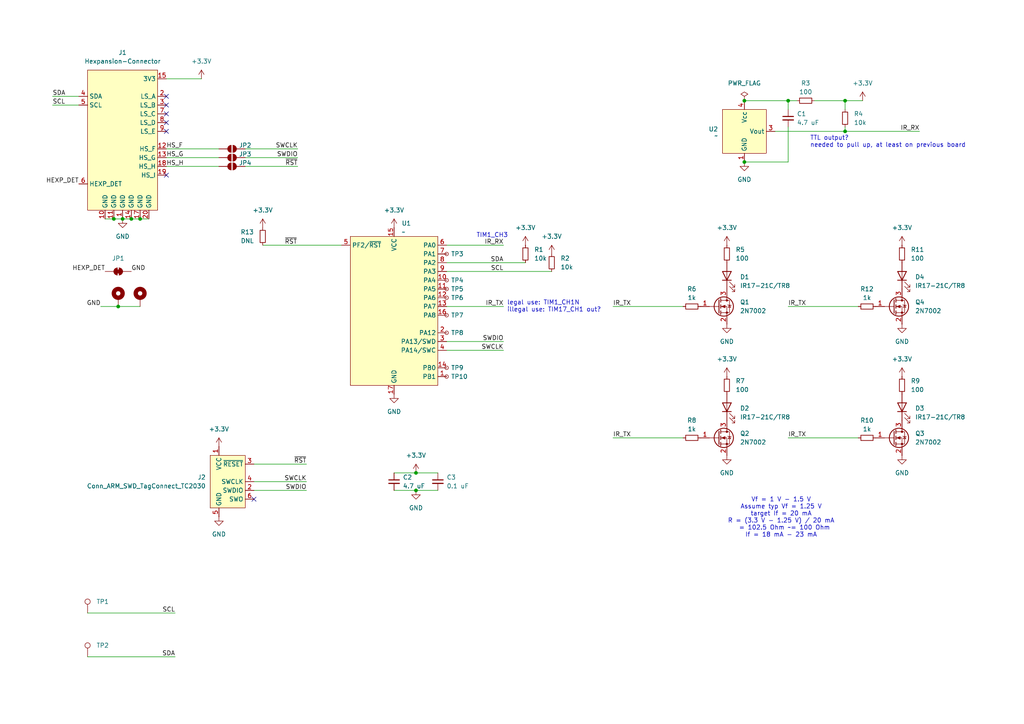
<source format=kicad_sch>
(kicad_sch (version 20231120) (generator "eeschema") (generator_version "8.0")
  (paper "A4")
  (lib_symbols
    (symbol "Connector:Conn_ARM_SWD_TagConnect_TC2030" (in_bom no)
      (property "Reference" "J" (at 2.54 11.43 0))
      (property "Value" "Conn_ARM_SWD_TagConnect_TC2030" (at 5.08 8.89 0))
      (symbol "Conn_ARM_SWD_TagConnect_TC2030_0_0"
        (pin power_in line (at -2.54 10.16 270) (length 2.54) (name "VCC") (number "1"))
        (pin bidirectional line (at 7.62 -2.54 180) (length 2.54) (name "SWDIO") (number "2"))
        (pin open_collector line (at 7.62 5.08 180) (length 2.54) (name "~{RESET}") (number "3"))
        (pin output line (at 7.62 0 180) (length 2.54) (name "SWCLK") (number "4"))
        (pin power_in line (at -2.54 -10.16 90) (length 2.54) (name "GND") (number "5"))
        (pin input line (at 7.62 -5.08 180) (length 2.54) (name "SWO") (number "6"))
      )
      (symbol "Conn_ARM_SWD_TagConnect_TC2030_0_1"
        (rectangle (start -5.08 7.62) (end 5.08 -7.62) (fill (type background)))
      )
    )
    (symbol "Connector:TestPoint" (pin_numbers hide) (pin_names (offset 0.762) hide)
      (property "Reference" "TP" (at 0 6.858 0))
      (property "Value" "TestPoint" (at 0 5.08 0))
      (symbol "TestPoint_0_1"
        (circle (center 0 3.302) (radius 0.762))
      )
      (symbol "TestPoint_1_1"
        (pin passive line (at 0 0 90) (length 2.54) (name "1") (number "1"))
      )
    )
    (symbol "Connector:TestPoint_Small" (pin_numbers hide) (pin_names (offset 0.762) hide)
      (property "Reference" "TP" (at 0 3.81 0))
      (property "Value" "TestPoint_Small" (at 0 2.032 0))
      (symbol "TestPoint_Small_0_1"
        (circle (center 0 0) (radius 0.508))
      )
      (symbol "TestPoint_Small_1_1"
        (pin passive line (at 0 0 90) (length 0) (name "1") (number "1"))
      )
    )
    (symbol "Device:C_Small" (pin_numbers hide) (pin_names (offset 0.254) hide)
      (property "Reference" "C" (at 0.254 1.778 0))
      (property "Value" "C_Small" (at 0.254 -2.032 0))
      (symbol "C_Small_0_1"
        (polyline (pts (xy -1.524 -0.508) (xy 1.524 -0.508)) (stroke (width 0.3302)))
        (polyline (pts (xy -1.524 0.508) (xy 1.524 0.508)) (stroke (width 0.3048)))
      )
      (symbol "C_Small_1_1"
        (pin passive line (at 0 2.54 270) (length 2.032) (name "~") (number "1"))
        (pin passive line (at 0 -2.54 90) (length 2.032) (name "~") (number "2"))
      )
    )
    (symbol "Device:LED" (pin_numbers hide) (pin_names (offset 1.016) hide)
      (property "Reference" "D" (at 0 2.54 0))
      (property "Value" "LED" (at 0 -2.54 0))
      (symbol "LED_0_1"
        (polyline (pts (xy -1.27 -1.27) (xy -1.27 1.27)) (stroke (width 0.254)))
        (polyline (pts (xy -1.27 0) (xy 1.27 0)))
        (polyline (pts (xy 1.27 -1.27) (xy 1.27 1.27) (xy -1.27 0) (xy 1.27 -1.27)) (stroke (width 0.254)))
        (polyline (pts (xy -3.048 -0.762) (xy -4.572 -2.286) (xy -3.81 -2.286) (xy -4.572 -2.286) (xy -4.572 -1.524)))
        (polyline (pts (xy -1.778 -0.762) (xy -3.302 -2.286) (xy -2.54 -2.286) (xy -3.302 -2.286) (xy -3.302 -1.524)))
      )
      (symbol "LED_1_1"
        (pin passive line (at -3.81 0 0) (length 2.54) (name "K") (number "1"))
        (pin passive line (at 3.81 0 180) (length 2.54) (name "A") (number "2"))
      )
    )
    (symbol "Device:R_Small" (pin_numbers hide) (pin_names (offset 0.254) hide)
      (property "Reference" "R" (at 0.762 0.508 0))
      (property "Value" "R_Small" (at 0.762 -1.016 0))
      (symbol "R_Small_0_1"
        (rectangle (start -0.762 1.778) (end 0.762 -1.778) (stroke (width 0.2032)))
      )
      (symbol "R_Small_1_1"
        (pin passive line (at 0 2.54 270) (length 0.762) (name "~") (number "1"))
        (pin passive line (at 0 -2.54 90) (length 0.762) (name "~") (number "2"))
      )
    )
    (symbol "Jumper:SolderJumper_2_Bridged" (pin_numbers hide) (pin_names (offset 0) hide) (exclude_from_sim yes) (in_bom no)
      (property "Reference" "JP" (at 0 2.032 0))
      (property "Value" "SolderJumper_2_Bridged" (at 0 -2.54 0))
      (symbol "SolderJumper_2_Bridged_0_1"
        (rectangle (start -0.508 0.508) (end 0.508 -0.508) (fill (type outline)))
        (arc (start -0.254 1.016) (mid -1.2656 0) (end -0.254 -1.016))
        (arc (start -0.254 1.016) (mid -1.2656 0) (end -0.254 -1.016) (fill (type outline)))
        (polyline (pts (xy -0.254 1.016) (xy -0.254 -1.016)))
        (polyline (pts (xy 0.254 1.016) (xy 0.254 -1.016)))
        (arc (start 0.254 -1.016) (mid 1.2656 0) (end 0.254 1.016))
        (arc (start 0.254 -1.016) (mid 1.2656 0) (end 0.254 1.016) (fill (type outline)))
      )
      (symbol "SolderJumper_2_Bridged_1_1"
        (pin passive line (at -3.81 0 0) (length 2.54) (name "A") (number "1"))
        (pin passive line (at 3.81 0 180) (length 2.54) (name "B") (number "2"))
      )
    )
    (symbol "Jumper:SolderJumper_2_Open" (pin_numbers hide) (pin_names (offset 0) hide) (exclude_from_sim yes) (in_bom no)
      (property "Reference" "JP" (at 0 2.032 0))
      (property "Value" "SolderJumper_2_Open" (at 0 -2.54 0))
      (symbol "SolderJumper_2_Open_0_1"
        (arc (start -0.254 1.016) (mid -1.2656 0) (end -0.254 -1.016))
        (arc (start -0.254 1.016) (mid -1.2656 0) (end -0.254 -1.016) (fill (type outline)))
        (polyline (pts (xy -0.254 1.016) (xy -0.254 -1.016)))
        (polyline (pts (xy 0.254 1.016) (xy 0.254 -1.016)))
        (arc (start 0.254 -1.016) (mid 1.2656 0) (end 0.254 1.016))
        (arc (start 0.254 -1.016) (mid 1.2656 0) (end 0.254 1.016) (fill (type outline)))
      )
      (symbol "SolderJumper_2_Open_1_1"
        (pin passive line (at -3.81 0 0) (length 2.54) (name "A") (number "1"))
        (pin passive line (at 3.81 0 180) (length 2.54) (name "B") (number "2"))
      )
    )
    (symbol "Mechanical:MountingHole_Pad" (pin_numbers hide) (pin_names (offset 1.016) hide) (exclude_from_sim yes) (in_bom no)
      (property "Reference" "H" (at 0 6.35 0))
      (property "Value" "MountingHole_Pad" (at 0 4.445 0))
      (symbol "MountingHole_Pad_0_1"
        (circle (center 0 1.27) (radius 1.27) (stroke (width 1.27)))
      )
      (symbol "MountingHole_Pad_1_1"
        (pin input line (at 0 -2.54 90) (length 2.54) (name "1") (number "1"))
      )
    )
    (symbol "Transistor_FET:2N7002" (pin_names hide)
      (property "Reference" "Q" (at 5.08 1.905 0))
      (property "Value" "2N7002" (at 5.08 0 0))
      (symbol "2N7002_0_1"
        (polyline (pts (xy 0.254 0) (xy -2.54 0)))
        (polyline (pts (xy 0.254 1.905) (xy 0.254 -1.905)) (stroke (width 0.254)))
        (polyline (pts (xy 0.762 -1.27) (xy 0.762 -2.286)) (stroke (width 0.254)))
        (polyline (pts (xy 0.762 0.508) (xy 0.762 -0.508)) (stroke (width 0.254)))
        (polyline (pts (xy 0.762 2.286) (xy 0.762 1.27)) (stroke (width 0.254)))
        (polyline (pts (xy 2.54 2.54) (xy 2.54 1.778)))
        (polyline (pts (xy 2.54 -2.54) (xy 2.54 0) (xy 0.762 0)))
        (polyline (pts (xy 0.762 -1.778) (xy 3.302 -1.778) (xy 3.302 1.778) (xy 0.762 1.778)))
        (polyline (pts (xy 1.016 0) (xy 2.032 0.381) (xy 2.032 -0.381) (xy 1.016 0)) (fill (type outline)))
        (polyline (pts (xy 2.794 0.508) (xy 2.921 0.381) (xy 3.683 0.381) (xy 3.81 0.254)))
        (polyline (pts (xy 3.302 0.381) (xy 2.921 -0.254) (xy 3.683 -0.254) (xy 3.302 0.381)))
        (circle (center 1.651 0) (radius 2.794) (stroke (width 0.254)))
        (circle (center 2.54 -1.778) (radius 0.254) (fill (type outline)))
        (circle (center 2.54 1.778) (radius 0.254) (fill (type outline)))
      )
      (symbol "2N7002_1_1"
        (pin input line (at -5.08 0 0) (length 2.54) (name "G") (number "1"))
        (pin passive line (at 2.54 -5.08 90) (length 2.54) (name "S") (number "2"))
        (pin passive line (at 2.54 5.08 270) (length 2.54) (name "D") (number "3"))
      )
    )
    (symbol "parts:IRM-H6xxT"
      (property "Reference" "U" (at -5.334 7.366 0))
      (symbol "IRM-H6xxT_1_1"
        (rectangle (start -6.35 6.35) (end 6.35 -6.35) (fill (type background)))
        (pin power_in line (at 0 -8.89 90) (length 2.54) (name "GND") (number "1"))
        (pin power_in line (at 0 -8.89 90) (length 2.54) hide (name "GND") (number "2"))
        (pin output line (at 8.89 0 180) (length 2.54) (name "Vout") (number "3"))
        (pin power_in line (at 0 8.89 270) (length 2.54) (name "Vcc") (number "4"))
      )
    )
    (symbol "parts:PY32F002AW15U"
      (property "Reference" "U" (at -11.684 21.59 0))
      (symbol "PY32F002AW15U_1_1"
        (rectangle (start -12.7 20.32) (end 12.7 -22.86) (fill (type background)))
        (pin bidirectional line (at 15.24 -20.32 180) (length 2.54) (name "PB1") (number "1"))
        (pin bidirectional line (at 15.24 7.62 180) (length 2.54) (name "PA4") (number "10"))
        (pin bidirectional line (at 15.24 5.08 180) (length 2.54) (name "PA5") (number "11"))
        (pin bidirectional line (at 15.24 2.54 180) (length 2.54) (name "PA6") (number "12"))
        (pin bidirectional line (at 15.24 0 180) (length 2.54) (name "PA7") (number "13"))
        (pin bidirectional line (at 15.24 -17.78 180) (length 2.54) (name "PB0") (number "14"))
        (pin power_in line (at 0 22.86 270) (length 2.54) (name "VCC") (number "15"))
        (pin bidirectional line (at 15.24 -2.54 180) (length 2.54) (name "PA8") (number "16"))
        (pin power_in line (at 0 -25.4 90) (length 2.54) (name "GND") (number "17"))
        (pin bidirectional line (at 15.24 -7.62 180) (length 2.54) (name "PA12") (number "2"))
        (pin bidirectional line (at 15.24 -10.16 180) (length 2.54) (name "PA13/SWD") (number "3"))
        (pin bidirectional line (at 15.24 -12.7 180) (length 2.54) (name "PA14/SWC") (number "4"))
        (pin bidirectional line (at -15.24 17.78 0) (length 2.54) (name "PF2/~{RST}") (number "5"))
        (pin bidirectional line (at 15.24 17.78 180) (length 2.54) (name "PA0") (number "6"))
        (pin bidirectional line (at 15.24 15.24 180) (length 2.54) (name "PA1") (number "7"))
        (pin bidirectional line (at 15.24 12.7 180) (length 2.54) (name "PA2") (number "8"))
        (pin bidirectional line (at 15.24 10.16 180) (length 2.54) (name "PA3") (number "9"))
      )
    )
    (symbol "parts:hexpansion-edge-connector" (in_bom no)
      (property "Reference" "J1" (at 0 25.4 0))
      (property "Value" "Hexpansion-Connector" (at 0 22.86 0))
      (symbol "hexpansion-edge-connector_1_1"
        (rectangle (start -10.16 20.32) (end 10.16 -20.32) (fill (type background)))
        (pin power_out line (at 0 -22.86 90) (length 2.54) (name "GND") (number "1"))
        (pin passive line (at -5.08 -22.86 90) (length 2.54) (name "GND") (number "10"))
        (pin passive line (at -2.54 -22.86 90) (length 2.54) (name "GND") (number "11"))
        (pin bidirectional line (at 12.7 -2.54 180) (length 2.54) (name "HS_F") (number "12"))
        (pin bidirectional line (at 12.7 -5.08 180) (length 2.54) (name "HS_G") (number "13"))
        (pin passive line (at 2.54 -22.86 90) (length 2.54) (name "GND") (number "14"))
        (pin power_out line (at 12.7 17.78 180) (length 2.54) (name "3V3") (number "15"))
        (pin passive line (at 12.7 17.78 180) (length 2.54) hide (name "3V3") (number "16"))
        (pin passive line (at 5.08 -22.86 90) (length 2.54) (name "GND") (number "17"))
        (pin bidirectional line (at 12.7 -7.62 180) (length 2.54) (name "HS_H") (number "18"))
        (pin bidirectional line (at 12.7 -10.16 180) (length 2.54) (name "HS_I") (number "19"))
        (pin bidirectional line (at 12.7 12.7 180) (length 2.54) (name "LS_A") (number "2"))
        (pin passive line (at 7.62 -22.86 90) (length 2.54) (name "GND") (number "20"))
        (pin bidirectional line (at 12.7 10.16 180) (length 2.54) (name "LS_B") (number "3"))
        (pin bidirectional line (at -12.7 12.7 0) (length 2.54) (name "SDA") (number "4"))
        (pin output line (at -12.7 10.16 0) (length 2.54) (name "SCL") (number "5"))
        (pin bidirectional line (at -12.7 -12.7 0) (length 2.54) (name "HEXP_DET") (number "6"))
        (pin bidirectional line (at 12.7 7.62 180) (length 2.54) (name "LS_C") (number "7"))
        (pin bidirectional line (at 12.7 5.08 180) (length 2.54) (name "LS_D") (number "8"))
        (pin bidirectional line (at 12.7 2.54 180) (length 2.54) (name "LS_E") (number "9"))
      )
    )
    (symbol "power:+3.3V" (power) (pin_numbers hide) (pin_names (offset 0) hide)
      (property "Value" "+3.3V" (at 0 3.556 0))
      (symbol "+3.3V_0_1"
        (polyline (pts (xy -0.762 1.27) (xy 0 2.54)))
        (polyline (pts (xy 0 0) (xy 0 2.54)))
        (polyline (pts (xy 0 2.54) (xy 0.762 1.27)))
      )
      (symbol "+3.3V_1_1"
        (pin power_in line (at 0 0 90) (length 0) (name "~") (number "1"))
      )
    )
    (symbol "power:GND" (power) (pin_numbers hide) (pin_names (offset 0) hide)
      (property "Value" "GND" (at 0 -3.81 0))
      (symbol "GND_0_1"
        (polyline (pts (xy 0 0) (xy 0 -1.27) (xy 1.27 -1.27) (xy 0 -2.54) (xy -1.27 -1.27) (xy 0 -1.27)))
      )
      (symbol "GND_1_1"
        (pin power_in line (at 0 0 270) (length 0) (name "~") (number "1"))
      )
    )
    (symbol "power:PWR_FLAG" (power) (pin_numbers hide) (pin_names (offset 0) hide)
      (property "Value" "PWR_FLAG" (at 0 3.81 0))
      (symbol "PWR_FLAG_0_0"
        (pin power_out line (at 0 0 90) (length 0) (name "~") (number "1"))
      )
      (symbol "PWR_FLAG_0_1"
        (polyline (pts (xy 0 0) (xy 0 1.27) (xy -1.016 1.905) (xy 0 2.54) (xy 1.016 1.905) (xy 0 1.27)))
      )
    )
  )
  (junction (at 245.11 29.21))
  (junction (at 215.9 46.99))
  (junction (at 40.64 63.5))
  (junction (at 33.02 63.5))
  (junction (at 38.1 63.5))
  (junction (at 120.65 142.24))
  (junction (at 35.56 63.5))
  (junction (at 215.9 29.21))
  (junction (at 245.11 38.1))
  (junction (at 228.6 29.21))
  (junction (at 120.65 137.16))
  (junction (at 34.29 88.9))
  (no_connect (at 48.26 35.56))
  (no_connect (at 48.26 50.8))
  (no_connect (at 48.26 38.1))
  (no_connect (at 48.26 30.48))
  (no_connect (at 73.66 144.78))
  (no_connect (at 48.26 33.02))
  (no_connect (at 48.26 27.94))
  (wire (pts (xy 34.29 88.9) (xy 40.64 88.9)))
  (wire (pts (xy 33.02 63.5) (xy 35.56 63.5)))
  (wire (pts (xy 177.8 127) (xy 198.12 127)))
  (wire (pts (xy 129.54 76.2) (xy 152.4 76.2)))
  (wire (pts (xy 35.56 63.5) (xy 38.1 63.5)))
  (wire (pts (xy 38.1 63.5) (xy 40.64 63.5)))
  (wire (pts (xy 129.54 101.6) (xy 146.05 101.6)))
  (wire (pts (xy 228.6 36.83) (xy 228.6 46.99)))
  (wire (pts (xy 228.6 88.9) (xy 248.92 88.9)))
  (wire (pts (xy 228.6 29.21) (xy 231.14 29.21)))
  (wire (pts (xy 48.26 22.86) (xy 58.42 22.86)))
  (wire (pts (xy 25.4 177.8) (xy 50.8 177.8)))
  (wire (pts (xy 71.12 48.26) (xy 86.36 48.26)))
  (wire (pts (xy 48.26 43.18) (xy 63.5 43.18)))
  (wire (pts (xy 73.66 134.62) (xy 88.9 134.62)))
  (wire (pts (xy 228.6 127) (xy 248.92 127)))
  (wire (pts (xy 245.11 36.83) (xy 245.11 38.1)))
  (wire (pts (xy 228.6 46.99) (xy 215.9 46.99)))
  (wire (pts (xy 245.11 29.21) (xy 250.19 29.21)))
  (wire (pts (xy 48.26 48.26) (xy 63.5 48.26)))
  (wire (pts (xy 228.6 31.75) (xy 228.6 29.21)))
  (wire (pts (xy 48.26 45.72) (xy 63.5 45.72)))
  (wire (pts (xy 177.8 88.9) (xy 198.12 88.9)))
  (wire (pts (xy 73.66 139.7) (xy 88.9 139.7)))
  (wire (pts (xy 15.24 27.94) (xy 22.86 27.94)))
  (wire (pts (xy 29.21 88.9) (xy 34.29 88.9)))
  (wire (pts (xy 236.22 29.21) (xy 245.11 29.21)))
  (wire (pts (xy 73.66 142.24) (xy 88.9 142.24)))
  (wire (pts (xy 129.54 88.9) (xy 146.05 88.9)))
  (wire (pts (xy 129.54 78.74) (xy 160.02 78.74)))
  (wire (pts (xy 224.79 38.1) (xy 245.11 38.1)))
  (wire (pts (xy 245.11 38.1) (xy 266.7 38.1)))
  (wire (pts (xy 76.2 71.12) (xy 99.06 71.12)))
  (wire (pts (xy 114.3 142.24) (xy 120.65 142.24)))
  (wire (pts (xy 245.11 29.21) (xy 245.11 31.75)))
  (wire (pts (xy 120.65 137.16) (xy 127 137.16)))
  (wire (pts (xy 15.24 30.48) (xy 22.86 30.48)))
  (wire (pts (xy 215.9 29.21) (xy 228.6 29.21)))
  (wire (pts (xy 120.65 142.24) (xy 127 142.24)))
  (wire (pts (xy 114.3 137.16) (xy 120.65 137.16)))
  (wire (pts (xy 71.12 45.72) (xy 86.36 45.72)))
  (wire (pts (xy 71.12 43.18) (xy 86.36 43.18)))
  (wire (pts (xy 25.4 190.5) (xy 50.8 190.5)))
  (wire (pts (xy 129.54 99.06) (xy 146.05 99.06)))
  (wire (pts (xy 40.64 63.5) (xy 43.18 63.5)))
  (wire (pts (xy 129.54 71.12) (xy 146.05 71.12)))
  (wire (pts (xy 30.48 63.5) (xy 33.02 63.5)))
  (text "TTL output?\nneeded to pull up, at least on previous board" (at 234.95 41.148 0) (effects (font (size 1.27 1.27)) (justify left)))
  (text "Vf = 1 V - 1.5 V\nAssume typ Vf = 1.25 V\ntarget If = 20 mA\nR = (3.3 V - 1.25 V) / 20 mA\n  = 102.5 Ohm ~= 100 Ohm\nIf = 18 mA - 23 mA" (at 226.568 150.114 0) (effects (font (size 1.27 1.27))))
  (text "TIM1_CH3" (at 142.748 68.326 0) (effects (font (size 1.27 1.27))))
  (text "legal use: TIM1_CH1N\nillegal use: TIM17_CH1 out?" (at 147.066 88.9 0) (effects (font (size 1.27 1.27)) (justify left)))
  (label "HEXP_DET" (at 30.48 78.74 180))
  (label "GND" (at 29.21 88.9 180))
  (label "~{RST}" (at 86.36 48.26 180))
  (label "~{RST}" (at 82.55 71.12 0))
  (label "GND" (at 38.1 78.74 0))
  (label "SWCLK" (at 88.9 139.7 180))
  (label "SCL" (at 15.24 30.48 0))
  (label "IR_TX" (at 177.8 88.9 0))
  (label "SWDIO" (at 88.9 142.24 180))
  (label "IR_TX" (at 228.6 88.9 0))
  (label "IR_RX" (at 146.05 71.12 180))
  (label "SDA" (at 15.24 27.94 0))
  (label "IR_TX" (at 228.6 127 0))
  (label "~{RST}" (at 88.9 134.62 180))
  (label "HS_F" (at 48.26 43.18 0))
  (label "HS_G" (at 48.26 45.72 0))
  (label "SWCLK" (at 86.36 43.18 180))
  (label "HS_H" (at 48.26 48.26 0))
  (label "SCL" (at 146.05 78.74 180))
  (label "HEXP_DET" (at 22.86 53.34 180))
  (label "SDA" (at 50.8 190.5 180))
  (label "SCL" (at 50.8 177.8 180))
  (label "IR_TX" (at 177.8 127 0))
  (label "IR_TX" (at 146.05 88.9 180))
  (label "SWDIO" (at 146.05 99.06 180))
  (label "SWCLK" (at 146.05 101.6 180))
  (label "SWDIO" (at 86.36 45.72 180))
  (label "SDA" (at 146.05 76.2 180))
  (label "IR_RX" (at 266.7 38.1 180))
  (symbol (lib_id "Connector:TestPoint_Small") (at 129.54 91.44 0) (unit 1)
    (property "Reference" "TP7" (at 130.81 91.4399 0) (effects (justify left)))
    (property "Value" "TestPoint_Small" (effects (hide yes)))
    (property "Footprint" "TestPoint:TestPoint_Pad_2.0x2.0mm" (effects (hide yes)))
    (property "Description" "test point" (effects (hide yes)))
  )
  (symbol (lib_id "Transistor_FET:2N7002") (at 208.28 127 0) (unit 1)
    (property "Reference" "Q2" (at 214.63 125.7299 0) (effects (justify left)))
    (property "Value" "2N7002" (at 214.63 128.2699 0) (effects (justify left)))
    (property "Footprint" "Package_TO_SOT_SMD:SOT-23" (effects (hide yes)))
    (property "Datasheet" "https://www.onsemi.com/pub/Collateral/NDS7002A-D.PDF" (effects (hide yes)))
    (property "Description" "0.115A Id, 60V Vds, N-Channel MOSFET, SOT-23" (effects (hide yes)))
  )
  (symbol (lib_id "Device:R_Small") (at 76.2 68.58 0) (mirror y) (unit 1)
    (property "Reference" "R13" (at 73.66 67.3099 0) (effects (justify left)))
    (property "Value" "DNL" (at 73.66 69.8499 0) (effects (justify left)))
    (property "Footprint" "Resistor_SMD:R_0402_1005Metric" (effects (hide yes)))
    (property "Description" "Resistor, small symbol" (effects (hide yes)))
  )
  (symbol (lib_id "power:GND") (at 215.9 46.99 0) (unit 1)
    (property "Reference" "#PWR07" (effects (hide yes)))
    (property "Value" "GND" (at 215.9 52.07 0))
    (property "Description" "Power symbol creates a global label with name \"GND\" , ground" (effects (hide yes)))
  )
  (symbol (lib_id "parts:PY32F002AW15U") (at 114.3 88.9 0) (unit 1)
    (property "Reference" "U1" (at 116.4941 64.77 0) (effects (justify left)))
    (property "Value" "~" (at 116.4941 67.31 0) (effects (justify left)))
    (property "Footprint" "Package_DFN_QFN:QFN-16-1EP_3x3mm_P0.5mm_EP1.7x1.7mm" (effects (hide yes)))
  )
  (symbol (lib_id "Transistor_FET:2N7002") (at 259.08 88.9 0) (unit 1)
    (property "Reference" "Q4" (at 265.43 87.6299 0) (effects (justify left)))
    (property "Value" "2N7002" (at 265.43 90.1699 0) (effects (justify left)))
    (property "Footprint" "Package_TO_SOT_SMD:SOT-23" (effects (hide yes)))
    (property "Datasheet" "https://www.onsemi.com/pub/Collateral/NDS7002A-D.PDF" (effects (hide yes)))
    (property "Description" "0.115A Id, 60V Vds, N-Channel MOSFET, SOT-23" (effects (hide yes)))
  )
  (symbol (lib_id "Device:R_Small") (at 200.66 127 90) (unit 1)
    (property "Reference" "R8" (at 200.66 121.92 90))
    (property "Value" "1k" (at 200.66 124.46 90))
    (property "Footprint" "Resistor_SMD:R_0402_1005Metric" (effects (hide yes)))
    (property "Description" "Resistor, small symbol" (effects (hide yes)))
  )
  (symbol (lib_id "Device:LED") (at 261.62 118.11 90) (unit 1)
    (property "Reference" "D3" (at 265.43 118.4274 90) (effects (justify right)))
    (property "Value" "IR17-21C/TR8" (at 265.43 120.9674 90) (effects (justify right)))
    (property "Footprint" "LED_SMD:LED_0805_2012Metric" (effects (hide yes)))
    (property "Description" "Light emitting diode" (effects (hide yes)))
  )
  (symbol (lib_id "Connector:TestPoint") (at 25.4 177.8 0) (unit 1)
    (property "Reference" "TP1" (at 27.94 174.4979 0) (effects (justify left)))
    (property "Value" "TestPoint" (effects (hide yes)))
    (property "Footprint" "TestPoint:TestPoint_Pad_2.0x2.0mm" (effects (hide yes)))
    (property "Description" "test point" (effects (hide yes)))
  )
  (symbol (lib_id "Device:LED") (at 210.82 118.11 90) (unit 1)
    (property "Reference" "D2" (at 214.63 118.4274 90) (effects (justify right)))
    (property "Value" "IR17-21C/TR8" (at 214.63 120.9674 90) (effects (justify right)))
    (property "Footprint" "LED_SMD:LED_0805_2012Metric" (effects (hide yes)))
    (property "Description" "Light emitting diode" (effects (hide yes)))
  )
  (symbol (lib_id "power:+3.3V") (at 261.62 109.22 0) (unit 1)
    (property "Reference" "#PWR013" (effects (hide yes)))
    (property "Value" "+3.3V" (at 261.62 104.14 0))
    (property "Description" "Power symbol creates a global label with name \"+3.3V\"" (effects (hide yes)))
  )
  (symbol (lib_id "Transistor_FET:2N7002") (at 259.08 127 0) (unit 1)
    (property "Reference" "Q3" (at 265.43 125.7299 0) (effects (justify left)))
    (property "Value" "2N7002" (at 265.43 128.2699 0) (effects (justify left)))
    (property "Footprint" "Package_TO_SOT_SMD:SOT-23" (effects (hide yes)))
    (property "Datasheet" "https://www.onsemi.com/pub/Collateral/NDS7002A-D.PDF" (effects (hide yes)))
    (property "Description" "0.115A Id, 60V Vds, N-Channel MOSFET, SOT-23" (effects (hide yes)))
  )
  (symbol (lib_id "power:GND") (at 120.65 142.24 0) (unit 1)
    (property "Reference" "#PWR020" (effects (hide yes)))
    (property "Value" "GND" (at 120.65 147.32 0))
    (property "Description" "Power symbol creates a global label with name \"GND\" , ground" (effects (hide yes)))
  )
  (symbol (lib_id "Connector:Conn_ARM_SWD_TagConnect_TC2030") (at 66.04 139.7 0) (unit 1) (in_bom no)
    (property "Reference" "J2" (at 59.69 138.4299 0) (effects (justify right)))
    (property "Value" "Conn_ARM_SWD_TagConnect_TC2030" (at 59.69 140.9699 0) (effects (justify right)))
    (property "Footprint" "Connector:Tag-Connect_TC2030-IDC-FP_2x03_P1.27mm_Vertical" (effects (hide yes)))
    (property "Datasheet" "https://www.tag-connect.com/wp-content/uploads/bsk-pdf-manager/TC2030-CTX_1.pdf" (effects (hide yes)))
    (property "Description" "Tag-Connect ARM Cortex SWD JTAG connector, 6 pin" (effects (hide yes)))
  )
  (symbol (lib_id "Device:C_Small") (at 228.6 34.29 0) (unit 1)
    (property "Reference" "C1" (at 231.14 33.0262 0) (effects (justify left)))
    (property "Value" "4.7 uF" (at 231.14 35.5662 0) (effects (justify left)))
    (property "Footprint" "Capacitor_SMD:C_0805_2012Metric" (effects (hide yes)))
    (property "Description" "Unpolarized capacitor, small symbol" (effects (hide yes)))
  )
  (symbol (lib_id "Device:R_Small") (at 251.46 127 90) (unit 1)
    (property "Reference" "R10" (at 251.46 121.92 90))
    (property "Value" "1k" (at 251.46 124.46 90))
    (property "Footprint" "Resistor_SMD:R_0402_1005Metric" (effects (hide yes)))
    (property "Description" "Resistor, small symbol" (effects (hide yes)))
  )
  (symbol (lib_id "Device:R_Small") (at 210.82 73.66 0) (unit 1)
    (property "Reference" "R5" (at 213.36 72.3899 0) (effects (justify left)))
    (property "Value" "100" (at 213.36 74.9299 0) (effects (justify left)))
    (property "Footprint" "Resistor_SMD:R_0805_2012Metric" (effects (hide yes)))
    (property "Description" "Resistor, small symbol" (effects (hide yes)))
  )
  (symbol (lib_id "Connector:TestPoint") (at 25.4 190.5 0) (unit 1)
    (property "Reference" "TP2" (at 27.94 187.1979 0) (effects (justify left)))
    (property "Value" "TestPoint" (effects (hide yes)))
    (property "Footprint" "TestPoint:TestPoint_Pad_2.0x2.0mm" (effects (hide yes)))
    (property "Description" "test point" (effects (hide yes)))
  )
  (symbol (lib_id "Mechanical:MountingHole_Pad") (at 34.29 86.36 0) (unit 1)
    (property "Reference" "H1" (effects (hide yes)))
    (property "Value" "MountingHole_Pad" (effects (hide yes)))
    (property "Footprint" "MountingHole:MountingHole_2.2mm_M2_Pad_Via" (effects (hide yes)))
    (property "Description" "Mounting Hole with connection" (effects (hide yes)))
  )
  (symbol (lib_id "power:+3.3V") (at 160.02 73.66 0) (unit 1)
    (property "Reference" "#PWR06" (effects (hide yes)))
    (property "Value" "+3.3V" (at 160.02 68.58 0))
    (property "Description" "Power symbol creates a global label with name \"+3.3V\"" (effects (hide yes)))
  )
  (symbol (lib_id "Device:R_Small") (at 210.82 111.76 0) (unit 1)
    (property "Reference" "R7" (at 213.36 110.4899 0) (effects (justify left)))
    (property "Value" "100" (at 213.36 113.0299 0) (effects (justify left)))
    (property "Footprint" "Resistor_SMD:R_0402_1005Metric" (effects (hide yes)))
    (property "Description" "Resistor, small symbol" (effects (hide yes)))
  )
  (symbol (lib_id "Device:C_Small") (at 127 139.7 0) (unit 1)
    (property "Reference" "C3" (at 129.54 138.4362 0) (effects (justify left)))
    (property "Value" "0.1 uF" (at 129.54 140.9762 0) (effects (justify left)))
    (property "Footprint" "Capacitor_SMD:C_0402_1005Metric" (effects (hide yes)))
    (property "Description" "Unpolarized capacitor, small symbol" (effects (hide yes)))
  )
  (symbol (lib_id "power:GND") (at 35.56 63.5 0) (unit 1)
    (property "Reference" "#PWR01" (effects (hide yes)))
    (property "Value" "GND" (at 35.56 68.58 0))
    (property "Description" "Power symbol creates a global label with name \"GND\" , ground" (effects (hide yes)))
  )
  (symbol (lib_id "Device:LED") (at 210.82 80.01 90) (unit 1)
    (property "Reference" "D1" (at 214.63 80.3274 90) (effects (justify right)))
    (property "Value" "IR17-21C/TR8" (at 214.63 82.8674 90) (effects (justify right)))
    (property "Footprint" "LED_SMD:LED_0805_2012Metric" (effects (hide yes)))
    (property "Description" "Light emitting diode" (effects (hide yes)))
  )
  (symbol (lib_id "Device:R_Small") (at 160.02 76.2 0) (unit 1)
    (property "Reference" "R2" (at 162.56 74.9299 0) (effects (justify left)))
    (property "Value" "10k" (at 162.56 77.4699 0) (effects (justify left)))
    (property "Footprint" "Resistor_SMD:R_0402_1005Metric" (effects (hide yes)))
    (property "Description" "Resistor, small symbol" (effects (hide yes)))
  )
  (symbol (lib_id "Device:R_Small") (at 152.4 73.66 0) (unit 1)
    (property "Reference" "R1" (at 154.94 72.3899 0) (effects (justify left)))
    (property "Value" "10k" (at 154.94 74.9299 0) (effects (justify left)))
    (property "Footprint" "Resistor_SMD:R_0402_1005Metric" (effects (hide yes)))
    (property "Description" "Resistor, small symbol" (effects (hide yes)))
  )
  (symbol (lib_id "power:GND") (at 210.82 132.08 0) (unit 1)
    (property "Reference" "#PWR012" (effects (hide yes)))
    (property "Value" "GND" (at 210.82 137.16 0))
    (property "Description" "Power symbol creates a global label with name \"GND\" , ground" (effects (hide yes)))
  )
  (symbol (lib_id "Mechanical:MountingHole_Pad") (at 40.64 86.36 0) (unit 1)
    (property "Reference" "H2" (effects (hide yes)))
    (property "Value" "MountingHole_Pad" (effects (hide yes)))
    (property "Footprint" "MountingHole:MountingHole_2.2mm_M2_Pad_Via" (effects (hide yes)))
    (property "Description" "Mounting Hole with connection" (effects (hide yes)))
  )
  (symbol (lib_id "Connector:TestPoint_Small") (at 129.54 106.68 0) (unit 1)
    (property "Reference" "TP9" (at 130.81 106.6799 0) (effects (justify left)))
    (property "Value" "TestPoint_Small" (effects (hide yes)))
    (property "Footprint" "TestPoint:TestPoint_Pad_2.0x2.0mm" (effects (hide yes)))
    (property "Description" "test point" (effects (hide yes)))
  )
  (symbol (lib_id "power:PWR_FLAG") (at 215.9 29.21 0) (unit 1)
    (property "Reference" "#FLG01" (effects (hide yes)))
    (property "Value" "PWR_FLAG" (at 215.9 24.13 0))
    (property "Description" "Special symbol for telling ERC where power comes from" (effects (hide yes)))
  )
  (symbol (lib_id "parts:hexpansion-edge-connector") (at 35.56 40.64 0) (unit 1) (in_bom no)
    (property "Reference" "J1" (at 35.56 15.24 0))
    (property "Value" "Hexpansion-Connector" (at 35.56 17.78 0))
    (property "Footprint" "parts:hexpansion-edge-connector" (effects (hide yes)))
  )
  (symbol (lib_id "Jumper:SolderJumper_2_Open") (at 67.31 43.18 0) (unit 1) (exclude_from_sim yes) (in_bom no)
    (property "Reference" "JP2" (at 71.12 42.164 0))
    (property "Value" "SolderJumper_2_Open" (effects (hide yes)))
    (property "Footprint" "Jumper:SolderJumper-2_P1.3mm_Open_RoundedPad1.0x1.5mm" (effects (hide yes)))
    (property "Description" "Solder Jumper, 2-pole, open" (effects (hide yes)))
  )
  (symbol (lib_id "power:+3.3V") (at 58.42 22.86 0) (unit 1)
    (property "Reference" "#PWR02" (effects (hide yes)))
    (property "Value" "+3.3V" (at 58.42 17.78 0))
    (property "Description" "Power symbol creates a global label with name \"+3.3V\"" (effects (hide yes)))
  )
  (symbol (lib_id "power:+3.3V") (at 114.3 66.04 0) (unit 1)
    (property "Reference" "#PWR03" (effects (hide yes)))
    (property "Value" "+3.3V" (at 114.3 60.96 0))
    (property "Description" "Power symbol creates a global label with name \"+3.3V\"" (effects (hide yes)))
  )
  (symbol (lib_id "Device:LED") (at 261.62 80.01 90) (unit 1)
    (property "Reference" "D4" (at 265.43 80.3274 90) (effects (justify right)))
    (property "Value" "IR17-21C/TR8" (at 265.43 82.8674 90) (effects (justify right)))
    (property "Footprint" "LED_SMD:LED_0805_2012Metric" (effects (hide yes)))
    (property "Description" "Light emitting diode" (effects (hide yes)))
  )
  (symbol (lib_id "power:+3.3V") (at 63.5 129.54 0) (unit 1)
    (property "Reference" "#PWR017" (effects (hide yes)))
    (property "Value" "+3.3V" (at 63.5 124.46 0))
    (property "Description" "Power symbol creates a global label with name \"+3.3V\"" (effects (hide yes)))
  )
  (symbol (lib_id "Device:R_Small") (at 233.68 29.21 90) (unit 1)
    (property "Reference" "R3" (at 233.68 24.13 90))
    (property "Value" "100" (at 233.68 26.67 90))
    (property "Footprint" "Resistor_SMD:R_0805_2012Metric" (effects (hide yes)))
    (property "Description" "Resistor, small symbol" (effects (hide yes)))
  )
  (symbol (lib_id "Jumper:SolderJumper_2_Open") (at 67.31 48.26 0) (unit 1) (exclude_from_sim yes) (in_bom no)
    (property "Reference" "JP4" (at 71.12 47.244 0))
    (property "Value" "SolderJumper_2_Open" (effects (hide yes)))
    (property "Footprint" "Jumper:SolderJumper-2_P1.3mm_Open_RoundedPad1.0x1.5mm" (effects (hide yes)))
    (property "Description" "Solder Jumper, 2-pole, open" (effects (hide yes)))
  )
  (symbol (lib_id "Connector:TestPoint_Small") (at 129.54 96.52 0) (unit 1)
    (property "Reference" "TP8" (at 130.81 96.5199 0) (effects (justify left)))
    (property "Value" "TestPoint_Small" (effects (hide yes)))
    (property "Footprint" "TestPoint:TestPoint_Pad_2.0x2.0mm" (effects (hide yes)))
    (property "Description" "test point" (effects (hide yes)))
  )
  (symbol (lib_id "power:+3.3V") (at 250.19 29.21 0) (unit 1)
    (property "Reference" "#PWR08" (effects (hide yes)))
    (property "Value" "+3.3V" (at 250.19 24.13 0))
    (property "Description" "Power symbol creates a global label with name \"+3.3V\"" (effects (hide yes)))
  )
  (symbol (lib_id "power:+3.3V") (at 152.4 71.12 0) (unit 1)
    (property "Reference" "#PWR05" (effects (hide yes)))
    (property "Value" "+3.3V" (at 152.4 66.04 0))
    (property "Description" "Power symbol creates a global label with name \"+3.3V\"" (effects (hide yes)))
  )
  (symbol (lib_id "power:+3.3V") (at 76.2 66.04 0) (unit 1)
    (property "Reference" "#PWR019" (effects (hide yes)))
    (property "Value" "+3.3V" (at 76.2 60.96 0))
    (property "Description" "Power symbol creates a global label with name \"+3.3V\"" (effects (hide yes)))
  )
  (symbol (lib_id "Device:R_Small") (at 261.62 111.76 0) (unit 1)
    (property "Reference" "R9" (at 264.16 110.4899 0) (effects (justify left)))
    (property "Value" "100" (at 264.16 113.0299 0) (effects (justify left)))
    (property "Footprint" "Resistor_SMD:R_0805_2012Metric" (effects (hide yes)))
    (property "Description" "Resistor, small symbol" (effects (hide yes)))
  )
  (symbol (lib_id "power:GND") (at 261.62 93.98 0) (unit 1)
    (property "Reference" "#PWR016" (effects (hide yes)))
    (property "Value" "GND" (at 261.62 99.06 0))
    (property "Description" "Power symbol creates a global label with name \"GND\" , ground" (effects (hide yes)))
  )
  (symbol (lib_id "power:+3.3V") (at 210.82 109.22 0) (unit 1)
    (property "Reference" "#PWR011" (effects (hide yes)))
    (property "Value" "+3.3V" (at 210.82 104.14 0))
    (property "Description" "Power symbol creates a global label with name \"+3.3V\"" (effects (hide yes)))
  )
  (symbol (lib_id "Device:R_Small") (at 200.66 88.9 90) (unit 1)
    (property "Reference" "R6" (at 200.66 83.82 90))
    (property "Value" "1k" (at 200.66 86.36 90))
    (property "Footprint" "Resistor_SMD:R_0402_1005Metric" (effects (hide yes)))
    (property "Description" "Resistor, small symbol" (effects (hide yes)))
  )
  (symbol (lib_id "power:GND") (at 114.3 114.3 0) (unit 1)
    (property "Reference" "#PWR04" (effects (hide yes)))
    (property "Value" "GND" (at 114.3 119.38 0))
    (property "Description" "Power symbol creates a global label with name \"GND\" , ground" (effects (hide yes)))
  )
  (symbol (lib_id "power:+3.3V") (at 120.65 137.16 0) (unit 1)
    (property "Reference" "#PWR021" (effects (hide yes)))
    (property "Value" "+3.3V" (at 120.65 132.08 0))
    (property "Description" "Power symbol creates a global label with name \"+3.3V\"" (effects (hide yes)))
  )
  (symbol (lib_id "Device:R_Small") (at 261.62 73.66 0) (unit 1)
    (property "Reference" "R11" (at 264.16 72.3899 0) (effects (justify left)))
    (property "Value" "100" (at 264.16 74.9299 0) (effects (justify left)))
    (property "Footprint" "Resistor_SMD:R_0805_2012Metric" (effects (hide yes)))
    (property "Description" "Resistor, small symbol" (effects (hide yes)))
  )
  (symbol (lib_id "Connector:TestPoint_Small") (at 129.54 109.22 0) (unit 1)
    (property "Reference" "TP10" (at 130.81 109.2199 0) (effects (justify left)))
    (property "Value" "TestPoint_Small" (effects (hide yes)))
    (property "Footprint" "TestPoint:TestPoint_Pad_2.0x2.0mm" (effects (hide yes)))
    (property "Description" "test point" (effects (hide yes)))
  )
  (symbol (lib_id "power:+3.3V") (at 261.62 71.12 0) (unit 1)
    (property "Reference" "#PWR015" (effects (hide yes)))
    (property "Value" "+3.3V" (at 261.62 66.04 0))
    (property "Description" "Power symbol creates a global label with name \"+3.3V\"" (effects (hide yes)))
  )
  (symbol (lib_id "Connector:TestPoint_Small") (at 129.54 73.66 0) (unit 1)
    (property "Reference" "TP3" (at 130.81 73.6599 0) (effects (justify left)))
    (property "Value" "TestPoint_Small" (effects (hide yes)))
    (property "Footprint" "TestPoint:TestPoint_Pad_2.0x2.0mm" (effects (hide yes)))
    (property "Description" "test point" (effects (hide yes)))
  )
  (symbol (lib_id "Connector:TestPoint_Small") (at 129.54 86.36 0) (unit 1)
    (property "Reference" "TP6" (at 130.81 86.3599 0) (effects (justify left)))
    (property "Value" "TestPoint_Small" (effects (hide yes)))
    (property "Footprint" "TestPoint:TestPoint_Pad_2.0x2.0mm" (effects (hide yes)))
    (property "Description" "test point" (effects (hide yes)))
  )
  (symbol (lib_id "power:+3.3V") (at 210.82 71.12 0) (unit 1)
    (property "Reference" "#PWR09" (effects (hide yes)))
    (property "Value" "+3.3V" (at 210.82 66.04 0))
    (property "Description" "Power symbol creates a global label with name \"+3.3V\"" (effects (hide yes)))
  )
  (symbol (lib_id "Jumper:SolderJumper_2_Bridged") (at 34.29 78.74 0) (unit 1)
    (property "Reference" "JP1" (at 34.29 74.93 0))
    (property "Value" "SolderJumper_2_Bridged" (effects (hide yes)))
    (property "Footprint" "Jumper:SolderJumper-2_P1.3mm_Bridged_RoundedPad1.0x1.5mm" (effects (hide yes)))
    (property "Description" "Solder Jumper, 2-pole, closed/bridged" (effects (hide yes)))
  )
  (symbol (lib_id "power:GND") (at 210.82 93.98 0) (unit 1)
    (property "Reference" "#PWR010" (effects (hide yes)))
    (property "Value" "GND" (at 210.82 99.06 0))
    (property "Description" "Power symbol creates a global label with name \"GND\" , ground" (effects (hide yes)))
  )
  (symbol (lib_id "Device:R_Small") (at 245.11 34.29 0) (unit 1)
    (property "Reference" "R4" (at 247.65 33.0199 0) (effects (justify left)))
    (property "Value" "10k" (at 247.65 35.5599 0) (effects (justify left)))
    (property "Footprint" "Resistor_SMD:R_0402_1005Metric" (effects (hide yes)))
    (property "Description" "Resistor, small symbol" (effects (hide yes)))
  )
  (symbol (lib_id "Transistor_FET:2N7002") (at 208.28 88.9 0) (unit 1)
    (property "Reference" "Q1" (at 214.63 87.6299 0) (effects (justify left)))
    (property "Value" "2N7002" (at 214.63 90.1699 0) (effects (justify left)))
    (property "Footprint" "Package_TO_SOT_SMD:SOT-23" (effects (hide yes)))
    (property "Datasheet" "https://www.onsemi.com/pub/Collateral/NDS7002A-D.PDF" (effects (hide yes)))
    (property "Description" "0.115A Id, 60V Vds, N-Channel MOSFET, SOT-23" (effects (hide yes)))
  )
  (symbol (lib_id "Device:C_Small") (at 114.3 139.7 0) (unit 1)
    (property "Reference" "C2" (at 116.84 138.4362 0) (effects (justify left)))
    (property "Value" "4.7 uF" (at 116.84 140.9762 0) (effects (justify left)))
    (property "Footprint" "Capacitor_SMD:C_0805_2012Metric" (effects (hide yes)))
    (property "Description" "Unpolarized capacitor, small symbol" (effects (hide yes)))
  )
  (symbol (lib_id "power:GND") (at 63.5 149.86 0) (unit 1)
    (property "Reference" "#PWR018" (effects (hide yes)))
    (property "Value" "GND" (at 63.5 154.94 0))
    (property "Description" "Power symbol creates a global label with name \"GND\" , ground" (effects (hide yes)))
  )
  (symbol (lib_id "Device:R_Small") (at 251.46 88.9 90) (unit 1)
    (property "Reference" "R12" (at 251.46 83.82 90))
    (property "Value" "1k" (at 251.46 86.36 90))
    (property "Footprint" "Resistor_SMD:R_0402_1005Metric" (effects (hide yes)))
    (property "Description" "Resistor, small symbol" (effects (hide yes)))
  )
  (symbol (lib_id "Connector:TestPoint_Small") (at 129.54 83.82 0) (unit 1)
    (property "Reference" "TP5" (at 130.81 83.8199 0) (effects (justify left)))
    (property "Value" "TestPoint_Small" (effects (hide yes)))
    (property "Footprint" "TestPoint:TestPoint_Pad_2.0x2.0mm" (effects (hide yes)))
    (property "Description" "test point" (effects (hide yes)))
  )
  (symbol (lib_id "Jumper:SolderJumper_2_Open") (at 67.31 45.72 0) (unit 1) (exclude_from_sim yes) (in_bom no)
    (property "Reference" "JP3" (at 71.12 44.704 0))
    (property "Value" "SolderJumper_2_Open" (effects (hide yes)))
    (property "Footprint" "Jumper:SolderJumper-2_P1.3mm_Open_RoundedPad1.0x1.5mm" (effects (hide yes)))
    (property "Description" "Solder Jumper, 2-pole, open" (effects (hide yes)))
  )
  (symbol (lib_id "parts:IRM-H6xxT") (at 215.9 38.1 0) (unit 1)
    (property "Reference" "U2" (at 208.28 37.4649 0) (effects (justify right)))
    (property "Value" "~" (at 208.28 39.37 0) (effects (justify right)))
    (property "Footprint" "parts:IRM-H6XXT" (effects (hide yes)))
  )
  (symbol (lib_id "Connector:TestPoint_Small") (at 129.54 81.28 0) (unit 1)
    (property "Reference" "TP4" (at 130.81 81.2799 0) (effects (justify left)))
    (property "Value" "TestPoint_Small" (effects (hide yes)))
    (property "Footprint" "TestPoint:TestPoint_Pad_2.0x2.0mm" (effects (hide yes)))
    (property "Description" "test point" (effects (hide yes)))
  )
  (symbol (lib_id "power:GND") (at 261.62 132.08 0) (unit 1)
    (property "Reference" "#PWR014" (effects (hide yes)))
    (property "Value" "GND" (at 261.62 137.16 0))
    (property "Description" "Power symbol creates a global label with name \"GND\" , ground" (effects (hide yes)))
  )
)
</source>
